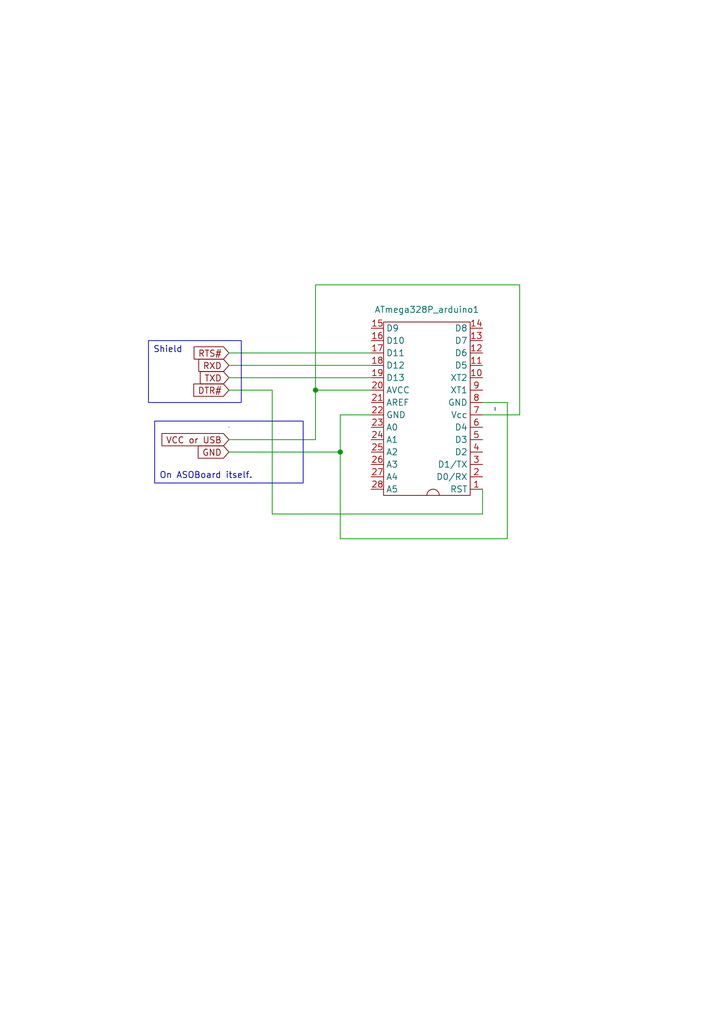
<source format=kicad_sch>
(kicad_sch (version 20231120) (generator "eeschema") (generator_version "8.0")
  (paper "A5" portrait)
  (lib_symbols
    (symbol "Ore:ATmega328U_Duino"
      (property "Reference" "ATmega328P_arduino" (at 0 0 0))
      (symbol "ATmega328U_Duino_0_1"
        (arc (start -17.7799 11.4299) (mid -16.8819 11.8019) (end -16.5099 12.6999))
        (rectangle (start -17.78 22.86) (end 17.78 5.08))
        (arc (start -16.5099 12.7001) (mid -16.8819 13.5981) (end -17.7799 13.9701))
      )
      (symbol "ATmega328U_Duino_1_1"
        (pin input line (at -16.51 2.54 90) (length 2.54) (name "RST") (number "1"))
        (pin input line (at 6.35 2.54 90) (length 2.54) (name "XT2") (number "10"))
        (pin output line (at 8.89 2.54 90) (length 2.54) (name "D5") (number "11"))
        (pin output line (at 11.43 2.54 90) (length 2.54) (name "D6") (number "12"))
        (pin output line (at 13.97 2.54 90) (length 2.54) (name "D7") (number "13"))
        (pin output line (at 16.51 2.54 90) (length 2.54) (name "D8") (number "14"))
        (pin output line (at 16.51 25.4 270) (length 2.54) (name "D9") (number "15"))
        (pin output line (at 13.97 25.4 270) (length 2.54) (name "D10") (number "16"))
        (pin unspecified line (at 11.43 25.4 270) (length 2.54) (name "D11") (number "17"))
        (pin unspecified line (at 8.89 25.4 270) (length 2.54) (name "D12") (number "18"))
        (pin unspecified line (at 6.35 25.4 270) (length 2.54) (name "D13") (number "19"))
        (pin output line (at -13.97 2.54 90) (length 2.54) (name "D0/RX") (number "2"))
        (pin unspecified line (at 3.81 25.4 270) (length 2.54) (name "AVCC") (number "20"))
        (pin unspecified line (at 1.27 25.4 270) (length 2.54) (name "AREF") (number "21"))
        (pin unspecified line (at -1.27 25.4 270) (length 2.54) (name "GND") (number "22"))
        (pin unspecified line (at -3.81 25.4 270) (length 2.54) (name "A0") (number "23"))
        (pin unspecified line (at -6.35 25.4 270) (length 2.54) (name "A1") (number "24"))
        (pin unspecified line (at -8.89 25.4 270) (length 2.54) (name "A2") (number "25"))
        (pin unspecified line (at -11.43 25.4 270) (length 2.54) (name "A3") (number "26"))
        (pin unspecified line (at -13.97 25.4 270) (length 2.54) (name "A4") (number "27"))
        (pin unspecified line (at -16.51 25.4 270) (length 2.54) (name "A5") (number "28"))
        (pin output line (at -11.43 2.54 90) (length 2.54) (name "D1/TX") (number "3"))
        (pin output line (at -8.89 2.54 90) (length 2.54) (name "D2") (number "4"))
        (pin output line (at -6.35 2.54 90) (length 2.54) (name "D3") (number "5"))
        (pin output line (at -3.81 2.54 90) (length 2.54) (name "D4") (number "6"))
        (pin power_in line (at -1.27 2.54 90) (length 2.54) (name "Vcc") (number "7"))
        (pin power_out line (at 1.27 2.54 90) (length 2.54) (name "GND") (number "8"))
        (pin input line (at 3.81 2.54 90) (length 2.54) (name "XT1") (number "9"))
      )
    )
  )
  (junction (at 69.85 92.71))
  (junction (at 64.77 80.01))
  (wire (pts (xy 106.68 85.09) (xy 106.68 58.42)))
  (wire (pts (xy 104.14 82.55) (xy 104.14 110.49)))
  (wire (pts (xy 106.68 58.42) (xy 64.77 58.42)))
  (wire (pts (xy 46.99 74.93) (xy 76.2 74.93)))
  (wire (pts (xy 69.85 92.71) (xy 69.85 110.49)))
  (wire (pts (xy 64.77 80.01) (xy 76.2 80.01)))
  (wire (pts (xy 55.88 105.41) (xy 99.06 105.41)))
  (wire (pts (xy 99.06 82.55) (xy 104.14 82.55)))
  (wire (pts (xy 69.85 85.09) (xy 76.2 85.09)))
  (wire (pts (xy 46.99 90.17) (xy 64.77 90.17)))
  (wire (pts (xy 46.99 77.47) (xy 76.2 77.47)))
  (wire (pts (xy 64.77 58.42) (xy 64.77 80.01)))
  (wire (pts (xy 69.85 92.71) (xy 69.85 85.09)))
  (wire (pts (xy 64.77 90.17) (xy 64.77 80.01)))
  (wire (pts (xy 99.06 100.33) (xy 99.06 105.41)))
  (wire (pts (xy 99.06 85.09) (xy 106.68 85.09)))
  (wire (pts (xy 46.99 72.39) (xy 76.2 72.39)))
  (wire (pts (xy 104.14 110.49) (xy 69.85 110.49)))
  (wire (pts (xy 55.88 80.01) (xy 55.88 105.41)))
  (wire (pts (xy 46.99 80.01) (xy 55.88 80.01)))
  (wire (pts (xy 46.99 92.71) (xy 69.85 92.71)))
  (text_box "Shield" (at 30.48 69.85 0) (size 19.05 12.7) (effects (font (size 1.27 1.27)) (justify left top)))
  (text_box "On ASOBoard itself." (at 31.75 86.36 0) (size 30.48 12.7) (effects (font (size 1.27 1.27)) (justify left bottom)))
  (text_box "" (at 46.99 87.63 0) (size 0 0) (effects (font (size 1.27 1.27)) (justify left bottom)))
  (global_label "GND" (shape input) (at 46.99 92.71 180) (property "Intersheetrefs" "${INTERSHEET_REFS}" (effects (hide yes))))
  (global_label "RTS#" (shape input) (at 46.99 72.39 180) (property "Intersheetrefs" "${INTERSHEET_REFS}" (effects (hide yes))))
  (global_label "RXD" (shape input) (at 46.99 74.93 180) (property "Intersheetrefs" "${INTERSHEET_REFS}" (effects (hide yes))))
  (global_label "TXD" (shape input) (at 46.99 77.47 180) (property "Intersheetrefs" "${INTERSHEET_REFS}" (effects (hide yes))))
  (global_label "VCC or USB" (shape input) (at 46.99 90.17 180) (property "Intersheetrefs" "${INTERSHEET_REFS}" (effects (hide yes))))
  (global_label "DTR#" (shape input) (at 46.99 80.01 180) (property "Intersheetrefs" "${INTERSHEET_REFS}" (effects (hide yes))))
  (symbol (lib_id "Ore:ATmega328U_Duino") (at 101.6 83.82 90) (unit 1)
    (property "Reference" "ATmega328P_arduino1" (at 87.63 63.5 90))
    (property "Value" "~" (at 101.6 83.82 0))
  )
)
</source>
